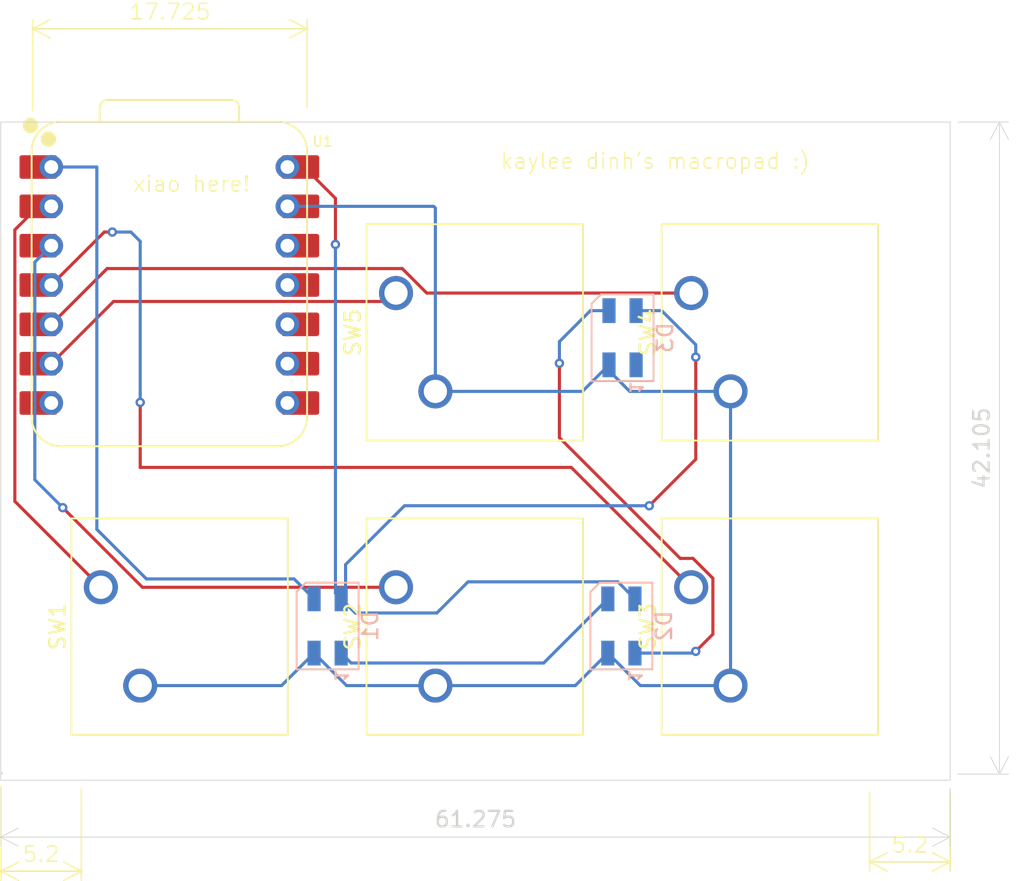
<source format=kicad_pcb>
(kicad_pcb (version 20241229) (generator "pcbnew") (generator_version "9.0")
  (layers (0 "F.Cu" signal) (2 "B.Cu" signal) (13 "F.Paste" user) (15 "B.Paste" user) (5 "F.SilkS" user "F.Silkscreen") (7 "B.SilkS" user "B.Silkscreen") (1 "F.Mask" user) (3 "B.Mask" user) (25 "Edge.Cuts" user))
  (net 0 "")
  (net 1 "NEOPIXEL")
  (net 2 "Net-(D1-DOUT)")
  (net 3 "+5V")
  (net 4 "GND")
  (net 5 "Net-(D1-VDD)")
  (net 6 "SWITCH1")
  (net 7 "SWITCH2")
  (net 8 "SWITCH3")
  (net 10 "SWITCH4")
  (net 16 "SWITCH5")
  (net 17 "Net-(D2-DOUT)")
  (footprint "Button_Switch_Keyboard:SW_Cherry_MX_1.00u_PCB" (layer "F.Cu") (at 112.805 118.065 90)
    (property "Reference" "SW1" (at -2.54 -2.794 90) (layer "F.SilkS"))
    (property "Value" "SW_Push_45deg")
    (fp_line (start 4.445 -1.905) (end 4.445 12.065) (stroke (width 0.12)) (layer "F.SilkS"))
    (fp_line (start -9.525 -1.905) (end 4.445 -1.905) (stroke (width 0.12)) (layer "F.SilkS"))
    (fp_line (start 4.445 12.065) (end -9.525 12.065) (stroke (width 0.12)) (layer "F.SilkS"))
    (fp_line (start -9.525 12.065) (end -9.525 -1.905) (stroke (width 0.12)) (layer "F.SilkS"))
    (pad "" np_thru_hole circle (at -7.62 5.08 90) (size 1.7 1.7) (drill 1.7) (layers "*.Cu" "*.Mask"))
    (pad "" np_thru_hole circle (at -2.54 5.08 90) (size 4 4) (drill 4) (layers "*.Cu" "*.Mask"))
    (pad "" np_thru_hole circle (at 2.54 5.08 90) (size 1.7 1.7) (drill 1.7) (layers "*.Cu" "*.Mask"))
    (pad "1" thru_hole circle (at 0 0 90) (size 2.2 2.2) (drill 1.5) (layers "*.Cu" "*.Mask") (net 6 "SWITCH1"))
    (pad "2" thru_hole circle (at -6.35 2.54 90) (size 2.2 2.2) (drill 1.5) (layers "*.Cu" "*.Mask") (net 4 "GND"))
  )
  (footprint "Button_Switch_Keyboard:SW_Cherry_MX_1.00u_PCB" (layer "F.Cu") (at 131.855 99.065 90)
    (property "Reference" "SW5" (at -2.54 -2.794 90) (layer "F.SilkS"))
    (property "Value" "SW_Push_45deg")
    (fp_line (start 4.445 -1.905) (end 4.445 12.065) (stroke (width 0.12)) (layer "F.SilkS"))
    (fp_line (start -9.525 -1.905) (end 4.445 -1.905) (stroke (width 0.12)) (layer "F.SilkS"))
    (fp_line (start 4.445 12.065) (end -9.525 12.065) (stroke (width 0.12)) (layer "F.SilkS"))
    (fp_line (start -9.525 12.065) (end -9.525 -1.905) (stroke (width 0.12)) (layer "F.SilkS"))
    (pad "" np_thru_hole circle (at -7.62 5.08 90) (size 1.7 1.7) (drill 1.7) (layers "*.Cu" "*.Mask"))
    (pad "" np_thru_hole circle (at -2.54 5.08 90) (size 4 4) (drill 4) (layers "*.Cu" "*.Mask"))
    (pad "" np_thru_hole circle (at 2.54 5.08 90) (size 1.7 1.7) (drill 1.7) (layers "*.Cu" "*.Mask"))
    (pad "1" thru_hole circle (at 0 0 90) (size 2.2 2.2) (drill 1.5) (layers "*.Cu" "*.Mask") (net 16 "SWITCH5"))
    (pad "2" thru_hole circle (at -6.35 2.54 90) (size 2.2 2.2) (drill 1.5) (layers "*.Cu" "*.Mask") (net 4 "GND"))
  )
  (footprint "Button_Switch_Keyboard:SW_Cherry_MX_1.00u_PCB" (layer "F.Cu") (at 150.905 99.065 90)
    (property "Reference" "SW4" (at -2.54 -2.794 90) (layer "F.SilkS"))
    (property "Value" "SW_Push_45deg")
    (fp_line (start 4.445 -1.905) (end 4.445 12.065) (stroke (width 0.12)) (layer "F.SilkS"))
    (fp_line (start -9.525 -1.905) (end 4.445 -1.905) (stroke (width 0.12)) (layer "F.SilkS"))
    (fp_line (start 4.445 12.065) (end -9.525 12.065) (stroke (width 0.12)) (layer "F.SilkS"))
    (fp_line (start -9.525 12.065) (end -9.525 -1.905) (stroke (width 0.12)) (layer "F.SilkS"))
    (pad "" np_thru_hole circle (at -7.62 5.08 90) (size 1.7 1.7) (drill 1.7) (layers "*.Cu" "*.Mask"))
    (pad "" np_thru_hole circle (at -2.54 5.08 90) (size 4 4) (drill 4) (layers "*.Cu" "*.Mask"))
    (pad "" np_thru_hole circle (at 2.54 5.08 90) (size 1.7 1.7) (drill 1.7) (layers "*.Cu" "*.Mask"))
    (pad "1" thru_hole circle (at 0 0 90) (size 2.2 2.2) (drill 1.5) (layers "*.Cu" "*.Mask") (net 10 "SWITCH4"))
    (pad "2" thru_hole circle (at -6.35 2.54 90) (size 2.2 2.2) (drill 1.5) (layers "*.Cu" "*.Mask") (net 4 "GND"))
  )
  (footprint "Button_Switch_Keyboard:SW_Cherry_MX_1.00u_PCB" (layer "F.Cu") (at 150.905 118.065 90)
    (property "Reference" "SW3" (at -2.54 -2.794 90) (layer "F.SilkS"))
    (property "Value" "SW_Push_45deg")
    (fp_line (start 4.445 -1.905) (end 4.445 12.065) (stroke (width 0.12)) (layer "F.SilkS"))
    (fp_line (start -9.525 -1.905) (end 4.445 -1.905) (stroke (width 0.12)) (layer "F.SilkS"))
    (fp_line (start 4.445 12.065) (end -9.525 12.065) (stroke (width 0.12)) (layer "F.SilkS"))
    (fp_line (start -9.525 12.065) (end -9.525 -1.905) (stroke (width 0.12)) (layer "F.SilkS"))
    (pad "" np_thru_hole circle (at -7.62 5.08 90) (size 1.7 1.7) (drill 1.7) (layers "*.Cu" "*.Mask"))
    (pad "" np_thru_hole circle (at -2.54 5.08 90) (size 4 4) (drill 4) (layers "*.Cu" "*.Mask"))
    (pad "" np_thru_hole circle (at 2.54 5.08 90) (size 1.7 1.7) (drill 1.7) (layers "*.Cu" "*.Mask"))
    (pad "1" thru_hole circle (at 0 0 90) (size 2.2 2.2) (drill 1.5) (layers "*.Cu" "*.Mask") (net 8 "SWITCH3"))
    (pad "2" thru_hole circle (at -6.35 2.54 90) (size 2.2 2.2) (drill 1.5) (layers "*.Cu" "*.Mask") (net 4 "GND"))
  )
  (footprint "Seeed Studio XIAO Series Library:XIAO-RP2040-DIP" (layer "F.Cu") (at 117.225 98.545)
    (property "Reference" "U1" (at 9.88 -9.2685 0) (layer "F.SilkS") (effects (font (size 0.635 0.635) (thickness 0.1016))))
    (property "Value" "XIAO-RP2040-SMD")
    (fp_line (start -8.89 8.509) (end -8.89 -8.636) (stroke (width 0.127)) (layer "F.SilkS"))
    (fp_line (start -6.985 10.414) (end 6.985 10.414) (stroke (width 0.127)) (layer "F.SilkS"))
    (fp_line (start -4.495 -10.541) (end -4.491272 -11.451272) (stroke (width 0.127)) (layer "F.SilkS"))
    (fp_line (start -3.991272 -11.951) (end 4.004 -11.951) (stroke (width 0.127)) (layer "F.SilkS"))
    (fp_line (start 4.504 -11.451) (end 4.504 -10.541) (stroke (width 0.127)) (layer "F.SilkS"))
    (fp_line (start 6.985 -10.541) (end -6.985 -10.541) (stroke (width 0.1)) (layer "F.SilkS"))
    (fp_line (start 6.985 -10.541) (end -6.985 -10.541) (stroke (width 0.127)) (layer "F.SilkS"))
    (fp_line (start 8.89 8.509) (end 8.89 -8.636) (stroke (width 0.127)) (layer "F.SilkS"))
    (fp_arc (start -8.89 -8.636) (mid -8.332038 -9.983038) (end -6.985 -10.541) (stroke (width 0.127)) (layer "F.SilkS"))
    (fp_arc (start -6.985 10.414) (mid -8.332038 9.856038) (end -8.89 8.509) (stroke (width 0.127)) (layer "F.SilkS"))
    (fp_arc (start -4.491272 -11.451272) (mid -4.344728 -11.80464) (end -3.991272 -11.951) (stroke (width 0.127)) (layer "F.SilkS"))
    (fp_arc (start 4.004 -11.951) (mid 4.357553 -11.804553) (end 4.504 -11.451) (stroke (width 0.127)) (layer "F.SilkS"))
    (fp_arc (start 6.985 -10.541) (mid 8.332038 -9.983038) (end 8.89 -8.636) (stroke (width 0.127)) (layer "F.SilkS"))
    (fp_arc (start 8.89 8.509) (mid 8.332038 9.856038) (end 6.985 10.414) (stroke (width 0.127)) (layer "F.SilkS"))
    (fp_circle (center -8.95 -10.3) (end -8.95 -10.554) (stroke (width 0.5)) (fill yes) (layer "F.SilkS"))
    (fp_circle (center -7.807 -9.42) (end -7.807 -9.674) (stroke (width 0.5)) (fill yes) (layer "F.SilkS"))
    (pad "1" smd roundrect (at -8.455 -7.62 180) (size 2.432 1.524) (layers "F.Cu" "F.Mask") (roundrect_rratio 0.1) (net 1 "NEOPIXEL"))
    (pad "1" thru_hole circle (at -7.62 -7.62 180) (size 1.524 1.524) (drill 0.889) (layers "*.Cu" "*.Mask") (net 1 "NEOPIXEL"))
    (pad "2" smd roundrect (at -8.455 -5.08 180) (size 2.432 1.524) (layers "F.Cu" "F.Mask") (roundrect_rratio 0.1) (net 6 "SWITCH1"))
    (pad "2" thru_hole circle (at -7.62 -5.08 180) (size 1.524 1.524) (drill 0.889) (layers "*.Cu" "*.Mask") (net 6 "SWITCH1"))
    (pad "3" smd roundrect (at -8.455 -2.54 180) (size 2.432 1.524) (layers "F.Cu" "F.Mask") (roundrect_rratio 0.1) (net 7 "SWITCH2"))
    (pad "3" thru_hole circle (at -7.62 -2.54 180) (size 1.524 1.524) (drill 0.889) (layers "*.Cu" "*.Mask") (net 7 "SWITCH2"))
    (pad "4" smd roundrect (at -8.455 0 180) (size 2.432 1.524) (layers "F.Cu" "F.Mask") (roundrect_rratio 0.1) (net 8 "SWITCH3"))
    (pad "4" thru_hole circle (at -7.62 0 180) (size 1.524 1.524) (drill 0.889) (layers "*.Cu" "*.Mask") (net 8 "SWITCH3"))
    (pad "5" smd roundrect (at -8.455 2.54 180) (size 2.432 1.524) (layers "F.Cu" "F.Mask") (roundrect_rratio 0.1) (net 10 "SWITCH4"))
    (pad "5" thru_hole circle (at -7.62 2.54 180) (size 1.524 1.524) (drill 0.889) (layers "*.Cu" "*.Mask") (net 10 "SWITCH4"))
    (pad "6" smd roundrect (at -8.455 5.08 180) (size 2.432 1.524) (layers "F.Cu" "F.Mask") (roundrect_rratio 0.1) (net 16 "SWITCH5"))
    (pad "6" thru_hole circle (at -7.62 5.08 180) (size 1.524 1.524) (drill 0.889) (layers "*.Cu" "*.Mask") (net 16 "SWITCH5"))
    (pad "7" smd roundrect (at -8.455 7.62 180) (size 2.432 1.524) (layers "F.Cu" "F.Mask") (roundrect_rratio 0.1))
    (pad "7" thru_hole circle (at -7.62 7.62 180) (size 1.524 1.524) (drill 0.889) (layers "*.Cu" "*.Mask"))
    (pad "8" thru_hole circle (at 7.62 7.62) (size 1.524 1.524) (drill 0.889) (layers "*.Cu" "*.Mask"))
    (pad "8" smd roundrect (at 8.455 7.62) (size 2.432 1.524) (layers "F.Cu" "F.Mask") (roundrect_rratio 0.1))
    (pad "9" thru_hole circle (at 7.62 5.08) (size 1.524 1.524) (drill 0.889) (layers "*.Cu" "*.Mask"))
    (pad "9" smd roundrect (at 8.455 5.08) (size 2.432 1.524) (layers "F.Cu" "F.Mask") (roundrect_rratio 0.1))
    (pad "10" thru_hole circle (at 7.62 2.54) (size 1.524 1.524) (drill 0.889) (layers "*.Cu" "*.Mask"))
    (pad "10" smd roundrect (at 8.455 2.54) (size 2.432 1.524) (layers "F.Cu" "F.Mask") (roundrect_rratio 0.1))
    (pad "11" thru_hole circle (at 7.62 0) (size 1.524 1.524) (drill 0.889) (layers "*.Cu" "*.Mask"))
    (pad "11" smd roundrect (at 8.455 0) (size 2.432 1.524) (layers "F.Cu" "F.Mask") (roundrect_rratio 0.1))
    (pad "12" thru_hole circle (at 7.62 -2.54) (size 1.524 1.524) (drill 0.889) (layers "*.Cu" "*.Mask"))
    (pad "12" smd roundrect (at 8.455 -2.54) (size 2.432 1.524) (layers "F.Cu" "F.Mask") (roundrect_rratio 0.1))
    (pad "13" thru_hole circle (at 7.62 -5.08) (size 1.524 1.524) (drill 0.889) (layers "*.Cu" "*.Mask") (net 4 "GND"))
    (pad "13" smd roundrect (at 8.455 -5.08) (size 2.432 1.524) (layers "F.Cu" "F.Mask") (roundrect_rratio 0.1) (net 4 "GND"))
    (pad "14" thru_hole circle (at 7.62 -7.62) (size 1.524 1.524) (drill 0.889) (layers "*.Cu" "*.Mask") (net 3 "+5V"))
    (pad "14" smd roundrect (at 8.455 -7.62) (size 2.432 1.524) (layers "F.Cu" "F.Mask") (roundrect_rratio 0.1) (net 3 "+5V"))
  )
  (footprint "Button_Switch_Keyboard:SW_Cherry_MX_1.00u_PCB" (layer "F.Cu") (at 131.855 118.065 90)
    (property "Reference" "SW2" (at -2.54 -2.794 90) (layer "F.SilkS"))
    (property "Value" "SW_Push_45deg")
    (fp_line (start 4.445 -1.905) (end 4.445 12.065) (stroke (width 0.12)) (layer "F.SilkS"))
    (fp_line (start -9.525 -1.905) (end 4.445 -1.905) (stroke (width 0.12)) (layer "F.SilkS"))
    (fp_line (start 4.445 12.065) (end -9.525 12.065) (stroke (width 0.12)) (layer "F.SilkS"))
    (fp_line (start -9.525 12.065) (end -9.525 -1.905) (stroke (width 0.12)) (layer "F.SilkS"))
    (pad "" np_thru_hole circle (at -7.62 5.08 90) (size 1.7 1.7) (drill 1.7) (layers "*.Cu" "*.Mask"))
    (pad "" np_thru_hole circle (at -2.54 5.08 90) (size 4 4) (drill 4) (layers "*.Cu" "*.Mask"))
    (pad "" np_thru_hole circle (at 2.54 5.08 90) (size 1.7 1.7) (drill 1.7) (layers "*.Cu" "*.Mask"))
    (pad "1" thru_hole circle (at 0 0 90) (size 2.2 2.2) (drill 1.5) (layers "*.Cu" "*.Mask") (net 7 "SWITCH2"))
    (pad "2" thru_hole circle (at -6.35 2.54 90) (size 2.2 2.2) (drill 1.5) (layers "*.Cu" "*.Mask") (net 4 "GND"))
  )
  (footprint "LED_SMD:LED_SK6812MINI_PLCC4_3.5x3.5mm_P1.75mm" (layer "B.Cu") (at 127.44 120.565 90)
    (property "Reference" "D1" (at 0 2.75 90) (layer "B.SilkS") (effects (justify mirror)))
    (property "Value" "SK6812MINI")
    (fp_line (start -2.8 -2) (end 2.2 -2) (stroke (width 0.12)) (layer "B.SilkS"))
    (fp_line (start 2.8 -1.4) (end 2.2 -2) (stroke (width 0.12)) (layer "B.SilkS"))
    (fp_line (start 2.8 -1.4) (end 2.8 2) (stroke (width 0.12)) (layer "B.SilkS"))
    (fp_line (start -2.8 2) (end -2.8 -2) (stroke (width 0.12)) (layer "B.SilkS"))
    (fp_line (start -2.8 2) (end 2.8 2) (stroke (width 0.12)) (layer "B.SilkS"))
    (fp_text user "1" (at -3.2 0.875 270) (layer "B.SilkS") (effects (font (size 0.8 0.8)) (justify mirror)))
    (pad "1" smd rect (at -1.75 0.875 90) (size 1.6 0.85) (layers "B.Cu" "B.Mask" "B.Paste") (net 2 "Net-(D1-DOUT)"))
    (pad "2" smd rect (at -1.75 -0.875 90) (size 1.6 0.85) (layers "B.Cu" "B.Mask" "B.Paste") (net 4 "GND"))
    (pad "3" smd rect (at 1.75 -0.875 90) (size 1.6 0.85) (layers "B.Cu" "B.Mask" "B.Paste") (net 1 "NEOPIXEL"))
    (pad "4" smd rect (at 1.75 0.875 90) (size 1.6 0.85) (layers "B.Cu" "B.Mask" "B.Paste") (net 5 "Net-(D1-VDD)"))
  )
  (footprint "LED_SMD:LED_SK6812MINI_PLCC4_3.5x3.5mm_P1.75mm" (layer "B.Cu") (at 146.475 101.95 90)
    (property "Reference" "D3" (at 0 2.75 90) (layer "B.SilkS") (effects (justify mirror)))
    (property "Value" "SK6812MINI")
    (fp_line (start -2.8 -2) (end 2.2 -2) (stroke (width 0.12)) (layer "B.SilkS"))
    (fp_line (start 2.8 -1.4) (end 2.2 -2) (stroke (width 0.12)) (layer "B.SilkS"))
    (fp_line (start 2.8 -1.4) (end 2.8 2) (stroke (width 0.12)) (layer "B.SilkS"))
    (fp_line (start -2.8 2) (end -2.8 -2) (stroke (width 0.12)) (layer "B.SilkS"))
    (fp_line (start -2.8 2) (end 2.8 2) (stroke (width 0.12)) (layer "B.SilkS"))
    (fp_text user "1" (at -3.2 0.875 270) (layer "B.SilkS") (effects (font (size 0.8 0.8)) (justify mirror)))
    (pad "1" smd rect (at -1.75 0.875 90) (size 1.6 0.85) (layers "B.Cu" "B.Mask" "B.Paste"))
    (pad "2" smd rect (at -1.75 -0.875 90) (size 1.6 0.85) (layers "B.Cu" "B.Mask" "B.Paste") (net 4 "GND"))
    (pad "3" smd rect (at 1.75 -0.875 90) (size 1.6 0.85) (layers "B.Cu" "B.Mask" "B.Paste") (net 17 "Net-(D2-DOUT)"))
    (pad "4" smd rect (at 1.75 0.875 90) (size 1.6 0.85) (layers "B.Cu" "B.Mask" "B.Paste") (net 5 "Net-(D1-VDD)"))
  )
  (footprint "LED_SMD:LED_SK6812MINI_PLCC4_3.5x3.5mm_P1.75mm" (layer "B.Cu") (at 146.4 120.565 90)
    (property "Reference" "D2" (at 0 2.75 90) (layer "B.SilkS") (effects (justify mirror)))
    (property "Value" "SK6812MINI")
    (fp_line (start -2.8 -2) (end 2.2 -2) (stroke (width 0.12)) (layer "B.SilkS"))
    (fp_line (start 2.8 -1.4) (end 2.2 -2) (stroke (width 0.12)) (layer "B.SilkS"))
    (fp_line (start 2.8 -1.4) (end 2.8 2) (stroke (width 0.12)) (layer "B.SilkS"))
    (fp_line (start -2.8 2) (end -2.8 -2) (stroke (width 0.12)) (layer "B.SilkS"))
    (fp_line (start -2.8 2) (end 2.8 2) (stroke (width 0.12)) (layer "B.SilkS"))
    (fp_text user "1" (at -3.2 0.875 270) (layer "B.SilkS") (effects (font (size 0.8 0.8)) (justify mirror)))
    (pad "1" smd rect (at -1.75 0.875 90) (size 1.6 0.85) (layers "B.Cu" "B.Mask" "B.Paste") (net 17 "Net-(D2-DOUT)"))
    (pad "2" smd rect (at -1.75 -0.875 90) (size 1.6 0.85) (layers "B.Cu" "B.Mask" "B.Paste") (net 4 "GND"))
    (pad "3" smd rect (at 1.75 -0.875 90) (size 1.6 0.85) (layers "B.Cu" "B.Mask" "B.Paste") (net 2 "Net-(D1-DOUT)"))
    (pad "4" smd rect (at 1.75 0.875 90) (size 1.6 0.85) (layers "B.Cu" "B.Mask" "B.Paste") (net 3 "+5V"))
  )
  (gr_rect (start 106.42 130.025) (end 106.445 130.13) (stroke (width 0.05)) (fill no) (layer "Edge.Cuts"))
  (gr_rect (start 106.345 88.025) (end 167.62 130.525) (stroke (width 0.05)) (fill no) (layer "Edge.Cuts"))
  (gr_text "xiao here!" (at 114.8 92.6 0) (layer "F.SilkS") (effects (font (size 1 1) (thickness 0.1)) (justify left bottom)))
  (gr_text "kaylee dinh's macropad :)" (at 138.545 91.125 0) (layer "F.SilkS") (effects (font (size 1 1) (thickness 0.1)) (justify left bottom)))
  (dimension (type orthogonal) (layer "F.SilkS") (pts (xy 167.62 130.8) (xy 162.42 130.8)) (height 5) (orientation 0) (format (prefix "") (suffix "") (units 3) (units_format 0) (precision 4) (suppress_zeroes yes)) (style (thickness 0.1) (arrow_length 1.27) (text_position_mode 0) (arrow_direction outward) (extension_height 0.58642) (extension_offset 0.5) (keep_text_aligned yes)) (gr_text "5.2" (at 165.02 134.7 0) (layer "F.SilkS") (effects (font (size 1 1) (thickness 0.1)))))
  (dimension (type orthogonal) (layer "F.SilkS") (pts (xy 108.4 87.8) (xy 126.125 87.595)) (height -5.8) (orientation 0) (format (prefix "") (suffix "") (units 3) (units_format 0) (precision 4) (suppress_zeroes yes)) (style (thickness 0.1) (arrow_length 1.27) (text_position_mode 0) (arrow_direction outward) (extension_height 0.58642) (extension_offset 0.5) (keep_text_aligned yes)) (gr_text "17.725" (at 117.2625 80.9 0) (layer "F.SilkS") (effects (font (size 1 1) (thickness 0.1)))))
  (dimension (type orthogonal) (layer "F.SilkS") (pts (xy 106.345 130.4) (xy 111.545 130.6)) (height 6) (orientation 0) (format (prefix "") (suffix "") (units 3) (units_format 0) (precision 4) (suppress_zeroes yes)) (style (thickness 0.1) (arrow_length 1.27) (text_position_mode 0) (arrow_direction outward) (extension_height 0.58642) (extension_offset 0.5) (keep_text_aligned yes)) (gr_text "5.2" (at 108.945 135.3 0) (layer "F.SilkS") (effects (font (size 1 1) (thickness 0.1)))))
  (dimension (type orthogonal) (layer "Edge.Cuts") (pts (xy 167.62 88.025) (xy 167.62 130.13)) (height 3.18) (orientation 1) (format (prefix "") (suffix "") (units 3) (units_format 0) (precision 4) (suppress_zeroes yes)) (style (thickness 0.05) (arrow_length 1.27) (text_position_mode 0) (arrow_direction outward) (extension_height 0.58642) (extension_offset 0.5) (keep_text_aligned yes)) (gr_text "42.105" (at 169.65 109.0775 90) (layer "Edge.Cuts") (effects (font (size 1 1) (thickness 0.15)))))
  (dimension (type orthogonal) (layer "Edge.Cuts") (pts (xy 106.345 130.525) (xy 167.62 130.525)) (height 3.675) (orientation 0) (format (prefix "") (suffix "") (units 3) (units_format 0) (precision 4) (suppress_zeroes yes)) (style (thickness 0.05) (arrow_length 1.27) (text_position_mode 0) (arrow_direction outward) (extension_height 0.58642) (extension_offset 0.5) (keep_text_aligned yes)) (gr_text "61.275" (at 136.9825 133.05 0) (layer "Edge.Cuts") (effects (font (size 1 1) (thickness 0.15)))))
  (segment (start 112.545 90.925) (end 109.605 90.925) (width 0.2) (layer "B.Cu") (net 1))
  (segment (start 112.545 114.325) (end 112.545 90.925) (width 0.2) (layer "B.Cu") (net 1))
  (segment (start 115.745 117.525) (end 112.545 114.325) (width 0.2) (layer "B.Cu") (net 1))
  (segment (start 125.275 117.525) (end 115.745 117.525) (width 0.2) (layer "B.Cu") (net 1))
  (segment (start 126.565 118.815) (end 125.275 117.525) (width 0.2) (layer "B.Cu") (net 1))
  (segment (start 128.956 122.956) (end 141.384 122.956) (width 0.2) (layer "B.Cu") (net 2))
  (segment (start 141.384 122.956) (end 145.525 118.815) (width 0.2) (layer "B.Cu") (net 2))
  (segment (start 128.315 122.315) (end 128.956 122.956) (width 0.2) (layer "B.Cu") (net 2))
  (segment (start 125.92263 90.925) (end 124.845 90.925) (width 0.2) (layer "F.Cu") (net 3))
  (segment (start 127.945 95.925) (end 127.945 92.94737) (width 0.2) (layer "F.Cu") (net 3))
  (segment (start 127.945 92.94737) (end 125.92263 90.925) (width 0.2) (layer "F.Cu") (net 3))
  (via (at 127.945 95.925) (size 0.6) (drill 0.3) (layers "F.Cu" "B.Cu") (net 3))
  (segment (start 128.315 118.815) (end 127.945 118.445) (width 0.2) (layer "B.Cu") (net 3))
  (segment (start 129.225 119.725) (end 134.490184 119.725) (width 0.2) (layer "B.Cu") (net 3))
  (segment (start 134.490184 119.725) (end 136.501184 117.714) (width 0.2) (layer "B.Cu") (net 3))
  (segment (start 128.315 118.815) (end 129.225 119.725) (width 0.2) (layer "B.Cu") (net 3))
  (segment (start 136.501184 117.714) (end 146.174 117.714) (width 0.2) (layer "B.Cu") (net 3))
  (segment (start 146.174 117.714) (end 147.275 118.815) (width 0.2) (layer "B.Cu") (net 3))
  (segment (start 127.945 118.445) (end 127.945 95.925) (width 0.2) (layer "B.Cu") (net 3))
  (segment (start 145.525 122.315) (end 147.625 124.415) (width 0.2) (layer "B.Cu") (net 4))
  (segment (start 124.465 124.415) (end 126.565 122.315) (width 0.2) (layer "B.Cu") (net 4))
  (segment (start 145.6 103.7) (end 145.6 104.075) (width 0.2) (layer "B.Cu") (net 4))
  (segment (start 134.395 105.415) (end 143.885 105.415) (width 0.2) (layer "B.Cu") (net 4))
  (segment (start 128.665 124.415) (end 134.395 124.415) (width 0.2) (layer "B.Cu") (net 4))
  (segment (start 146.94 105.415) (end 153.445 105.415) (width 0.2) (layer "B.Cu") (net 4))
  (segment (start 147.625 124.415) (end 153.445 124.415) (width 0.2) (layer "B.Cu") (net 4))
  (segment (start 143.885 105.415) (end 145.6 103.7) (width 0.2) (layer "B.Cu") (net 4))
  (segment (start 134.395 93.575) (end 134.285 93.465) (width 0.2) (layer "B.Cu") (net 4))
  (segment (start 134.395 105.415) (end 134.395 93.575) (width 0.2) (layer "B.Cu") (net 4))
  (segment (start 153.445 124.415) (end 153.445 105.415) (width 0.2) (layer "B.Cu") (net 4))
  (segment (start 143.425 124.415) (end 145.525 122.315) (width 0.2) (layer "B.Cu") (net 4))
  (segment (start 134.285 93.465) (end 124.845 93.465) (width 0.2) (layer "B.Cu") (net 4))
  (segment (start 134.395 124.415) (end 143.425 124.415) (width 0.2) (layer "B.Cu") (net 4))
  (segment (start 145.6 104.075) (end 146.94 105.415) (width 0.2) (layer "B.Cu") (net 4))
  (segment (start 126.565 122.315) (end 128.665 124.415) (width 0.2) (layer "B.Cu") (net 4))
  (segment (start 115.345 124.415) (end 124.465 124.415) (width 0.2) (layer "B.Cu") (net 4))
  (segment (start 151.2 109.8) (end 148.2 112.8) (width 0.2) (layer "F.Cu") (net 5))
  (segment (start 151.2 103.2) (end 151.2 109.8) (width 0.2) (layer "F.Cu") (net 5))
  (via (at 151.2 103.2) (size 0.6) (drill 0.3) (layers "F.Cu" "B.Cu") (net 5))
  (via (at 148.2 112.8) (size 0.6) (drill 0.3) (layers "F.Cu" "B.Cu") (net 5))
  (segment (start 149 100.2) (end 151.2 102.4) (width 0.2) (layer "B.Cu") (net 5))
  (segment (start 132.4 112.8) (end 128.59855 116.60145) (width 0.2) (layer "B.Cu") (net 5))
  (segment (start 147.35 100.2) (end 149 100.2) (width 0.2) (layer "B.Cu") (net 5))
  (segment (start 148.2 112.8) (end 132.4 112.8) (width 0.2) (layer "B.Cu") (net 5))
  (segment (start 128.59855 116.60145) (end 128.59855 118.53145) (width 0.2) (layer "B.Cu") (net 5))
  (segment (start 151.2 102.4) (end 151.2 103.2) (width 0.2) (layer "B.Cu") (net 5))
  (segment (start 107.253 94.982) (end 108.77 93.465) (width 0.2) (layer "F.Cu") (net 6))
  (segment (start 107.253 112.513) (end 107.253 94.982) (width 0.2) (layer "F.Cu") (net 6))
  (segment (start 112.805 118.065) (end 107.253 112.513) (width 0.2) (layer "F.Cu") (net 6))
  (segment (start 131.855 118.065) (end 115.485 118.065) (width 0.2) (layer "F.Cu") (net 7))
  (segment (start 115.485 118.065) (end 110.345 112.925) (width 0.2) (layer "F.Cu") (net 7))
  (via (at 110.345 112.925) (size 0.6) (drill 0.3) (layers "F.Cu" "B.Cu") (net 7))
  (segment (start 108.542 97.068) (end 109.605 96.005) (width 0.2) (layer "B.Cu") (net 7))
  (segment (start 110.345 112.925) (end 108.542 111.122) (width 0.2) (layer "B.Cu") (net 7))
  (segment (start 108.542 111.122) (end 108.542 97.068) (width 0.2) (layer "B.Cu") (net 7))
  (segment (start 113.545 95.125) (end 113.025 95.125) (width 0.2) (layer "F.Cu") (net 8))
  (segment (start 113.025 95.125) (end 109.605 98.545) (width 0.2) (layer "F.Cu") (net 8))
  (segment (start 143.165 110.325) (end 115.345 110.325) (width 0.2) (layer "F.Cu") (net 8))
  (segment (start 115.345 110.325) (end 115.345 106.125) (width 0.2) (layer "F.Cu") (net 8))
  (segment (start 150.905 118.065) (end 143.165 110.325) (width 0.2) (layer "F.Cu") (net 8))
  (via (at 115.345 106.125) (size 0.6) (drill 0.3) (layers "F.Cu" "B.Cu") (net 8))
  (via (at 113.545 95.125) (size 0.6) (drill 0.3) (layers "F.Cu" "B.Cu") (net 8))
  (segment (start 115.345 106.125) (end 115.345 95.725) (width 0.2) (layer "B.Cu") (net 8))
  (segment (start 114.745 95.125) (end 113.545 95.125) (width 0.2) (layer "B.Cu") (net 8))
  (segment (start 115.345 95.725) (end 114.745 95.125) (width 0.2) (layer "B.Cu") (net 8))
  (segment (start 113.208 97.482) (end 109.605 101.085) (width 0.2) (layer "F.Cu") (net 10))
  (segment (start 132.253314 97.482) (end 113.208 97.482) (width 0.2) (layer "F.Cu") (net 10))
  (segment (start 133.836314 99.065) (end 132.253314 97.482) (width 0.2) (layer "F.Cu") (net 10))
  (segment (start 150.905 99.065) (end 133.836314 99.065) (width 0.2) (layer "F.Cu") (net 10))
  (segment (start 131.855 99.065) (end 131.312 99.608) (width 0.2) (layer "F.Cu") (net 16))
  (segment (start 131.312 99.608) (end 113.622 99.608) (width 0.2) (layer "F.Cu") (net 16))
  (segment (start 113.622 99.608) (end 109.605 103.625) (width 0.2) (layer "F.Cu") (net 16))
  (segment (start 150.2 116.2) (end 151.021314 116.2) (width 0.2) (layer "F.Cu") (net 17))
  (segment (start 142.4 103.6) (end 142.4 108.4) (width 0.2) (layer "F.Cu") (net 17))
  (segment (start 151.021314 116.2) (end 152.306 117.484686) (width 0.2) (layer "F.Cu") (net 17))
  (segment (start 152.306 121.094) (end 151.2 122.2) (width 0.2) (layer "F.Cu") (net 17))
  (segment (start 142.4 108.4) (end 150.2 116.2) (width 0.2) (layer "F.Cu") (net 17))
  (segment (start 152.306 117.484686) (end 152.306 121.094) (width 0.2) (layer "F.Cu") (net 17))
  (via (at 142.4 103.6) (size 0.6) (drill 0.3) (layers "F.Cu" "B.Cu") (net 17))
  (via (at 151.2 122.2) (size 0.6) (drill 0.3) (layers "F.Cu" "B.Cu") (net 17))
  (segment (start 145.6 100.2) (end 144.4 100.2) (width 0.2) (layer "B.Cu") (net 17))
  (segment (start 151.2 122.2) (end 151.085 122.315) (width 0.2) (layer "B.Cu") (net 17))
  (segment (start 144.4 100.2) (end 142.4 102.2) (width 0.2) (layer "B.Cu") (net 17))
  (segment (start 142.4 102.2) (end 142.4 103.6) (width 0.2) (layer "B.Cu") (net 17))
  (segment (start 151.085 122.315) (end 147.275 122.315) (width 0.2) (layer "B.Cu") (net 17))
)
</source>
